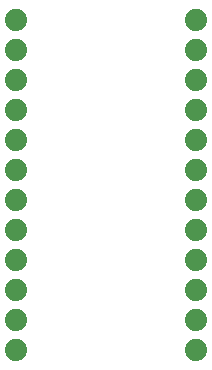
<source format=gtp>
G04 #@! TF.GenerationSoftware,KiCad,Pcbnew,5.0.1*
G04 #@! TF.CreationDate,2018-11-29T02:11:47-05:00*
G04 #@! TF.ProjectId,fightkeyb-pcb,66696768746B6579622D7063622E6B69,rev?*
G04 #@! TF.SameCoordinates,Original*
G04 #@! TF.FileFunction,Paste,Top*
G04 #@! TF.FilePolarity,Positive*
%FSLAX46Y46*%
G04 Gerber Fmt 4.6, Leading zero omitted, Abs format (unit mm)*
G04 Created by KiCad (PCBNEW 5.0.1) date Thu 29 Nov 2018 02:11:47 AM EST*
%MOMM*%
%LPD*%
G01*
G04 APERTURE LIST*
%ADD10C,1.879600*%
G04 APERTURE END LIST*
D10*
G04 #@! TO.C,M2*
X164782500Y-22860000D03*
X164782500Y-25400000D03*
X164782500Y-27940000D03*
X164782500Y-30480000D03*
X164782500Y-33020000D03*
X164782500Y-35560000D03*
X164782500Y-38100000D03*
X164782500Y-40640000D03*
X164782500Y-43180000D03*
X164782500Y-45720000D03*
X164782500Y-48260000D03*
X164782500Y-50800000D03*
X149542500Y-50800000D03*
X149542500Y-48260000D03*
X149542500Y-45720000D03*
X149542500Y-43180000D03*
X149542500Y-40640000D03*
X149542500Y-38100000D03*
X149542500Y-35560000D03*
X149542500Y-33020000D03*
X149542500Y-30480000D03*
X149542500Y-27940000D03*
X149542500Y-25400000D03*
X149542500Y-22860000D03*
G04 #@! TD*
M02*

</source>
